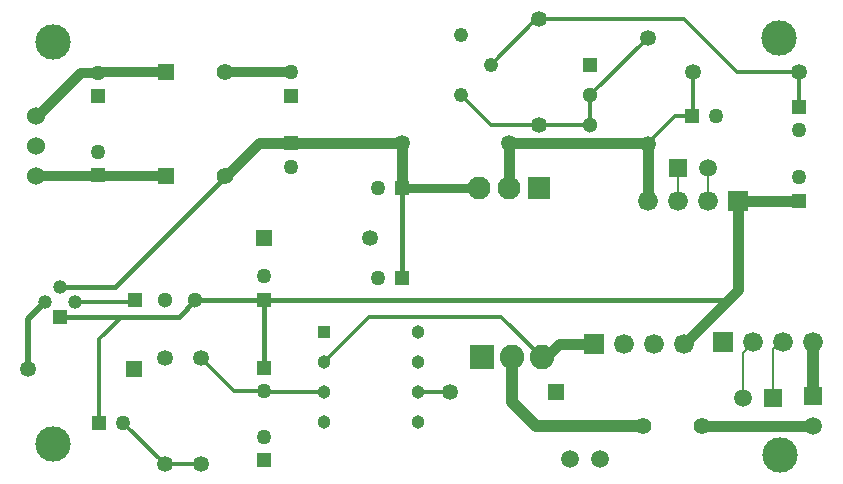
<source format=gbl>
G04*
G04 #@! TF.GenerationSoftware,Altium Limited,Altium Designer,21.2.2 (38)*
G04*
G04 Layer_Physical_Order=2*
G04 Layer_Color=16776960*
%FSLAX25Y25*%
%MOIN*%
G70*
G04*
G04 #@! TF.SameCoordinates,D283CC76-0160-4898-B3E9-D7649964E2CE*
G04*
G04*
G04 #@! TF.FilePolarity,Positive*
G04*
G01*
G75*
%ADD42C,0.01200*%
%ADD43C,0.00800*%
%ADD44C,0.01800*%
%ADD45C,0.03000*%
%ADD46C,0.05020*%
%ADD47R,0.05020X0.05020*%
%ADD48C,0.05512*%
%ADD49R,0.05512X0.05512*%
%ADD50C,0.06000*%
%ADD51C,0.04654*%
%ADD52R,0.04654X0.04654*%
%ADD53C,0.05118*%
%ADD54R,0.05118X0.05118*%
%ADD55C,0.05315*%
%ADD56R,0.05315X0.05315*%
%ADD57R,0.05020X0.05020*%
%ADD58C,0.04461*%
%ADD59R,0.04461X0.04461*%
%ADD60C,0.06614*%
%ADD61R,0.06614X0.06614*%
%ADD62R,0.05906X0.05906*%
%ADD63C,0.05906*%
%ADD64R,0.05906X0.05906*%
%ADD65C,0.08209*%
%ADD66R,0.08209X0.08209*%
%ADD67R,0.05118X0.05118*%
%ADD68C,0.04842*%
%ADD69R,0.07618X0.07618*%
%ADD70C,0.07618*%
%ADD71C,0.11811*%
%ADD72C,0.03200*%
%ADD73C,0.03500*%
%ADD74C,0.04000*%
%ADD75C,0.02000*%
D42*
X331126Y247500D02*
X341783D01*
X359000Y272500D02*
X372500Y259000D01*
X314874Y272500D02*
X359000D01*
X299874Y257500D02*
X314874Y272500D01*
X427932Y321932D02*
X428000Y322000D01*
X427863Y311209D02*
X427932Y311277D01*
X417863Y321863D02*
X418000Y322000D01*
X407767Y330267D02*
X417000Y339500D01*
X422626D02*
X422784Y339657D01*
X417000Y339500D02*
X422626D01*
X422784Y339657D02*
Y354000D01*
X407767Y330091D02*
Y330267D01*
X371007Y371716D02*
X419783D01*
X437500Y354000D02*
X458216D01*
X419783Y371716D02*
X437500Y354000D01*
X458216Y342535D02*
Y354283D01*
X458191Y342509D02*
X458216Y342535D01*
X325937Y315563D02*
X325938Y315562D01*
X299811Y247563D02*
X299874Y247500D01*
X280063Y247563D02*
X299811D01*
X280000Y247626D02*
X280063Y247563D01*
X270091Y247626D02*
X280000D01*
X259000Y258717D02*
X270091Y247626D01*
X247000Y223284D02*
X259000D01*
X233079Y237000D02*
X246795Y223284D01*
X247000D01*
X232874Y237000D02*
X233079D01*
X225000D02*
Y265000D01*
X232500Y272500D01*
X217000Y277500D02*
X236500D01*
X237000Y278000D01*
X345493Y346500D02*
X355709Y336283D01*
X371500D01*
X370698Y371716D02*
X371500D01*
X355473Y356492D02*
X370698Y371716D01*
X388500Y346500D02*
X388742D01*
X407767Y365524D02*
Y365524D01*
X388742Y346500D02*
X407767Y365524D01*
X388500Y336500D02*
Y346500D01*
X371608Y336392D02*
X388392D01*
X388500Y336500D01*
X371500Y336283D02*
X371608Y336392D01*
D43*
X392000Y225000D02*
Y225427D01*
X439500Y260500D02*
X443000Y264000D01*
X439500Y245500D02*
Y260500D01*
X449500Y261789D02*
X451711Y264000D01*
X449500Y245500D02*
Y261789D01*
X451711Y264000D02*
X453000D01*
X427932Y311277D02*
Y321932D01*
X417863Y311209D02*
Y321863D01*
D44*
X230343Y282500D02*
X266843Y319000D01*
Y319500D01*
X212000Y282500D02*
X230343D01*
X434000Y277000D02*
Y278126D01*
X280000D02*
X434000D01*
X433500Y277000D02*
X434000D01*
X325938Y285542D02*
Y315562D01*
X232500Y272500D02*
X251500D01*
X212000D02*
X232500D01*
X251500D02*
X257000Y278000D01*
X280000Y255500D02*
Y278126D01*
X279937Y278063D02*
X280000Y278126D01*
X257063Y278063D02*
X279937D01*
X257000Y278000D02*
X257063Y278063D01*
D45*
X372500Y259000D02*
X373909D01*
X325938Y315562D02*
X325969Y315531D01*
X351468D01*
X351500Y315500D01*
X325937Y330437D02*
X326000Y330500D01*
D46*
X458364Y318960D02*
D03*
X458191Y334635D02*
D03*
X289000Y322500D02*
D03*
X288907Y353977D02*
D03*
X224500Y353874D02*
D03*
Y327500D02*
D03*
X232874Y237000D02*
D03*
X280000Y286000D02*
D03*
X318063Y315563D02*
D03*
X318064Y285542D02*
D03*
X280000Y247626D02*
D03*
Y232500D02*
D03*
X430500Y339500D02*
D03*
D47*
X289000Y330374D02*
D03*
X288907Y346103D02*
D03*
X224500Y346000D02*
D03*
Y319626D02*
D03*
X280000Y278126D02*
D03*
Y255500D02*
D03*
Y224626D02*
D03*
X458191Y342509D02*
D03*
X458364Y311086D02*
D03*
D48*
X266843Y319500D02*
D03*
X425843Y236000D02*
D03*
X406157D02*
D03*
X266843Y354000D02*
D03*
D49*
X247158Y319500D02*
D03*
Y354000D02*
D03*
D50*
X204000Y339500D02*
D03*
Y329500D02*
D03*
Y319500D02*
D03*
D51*
X207000Y277500D02*
D03*
X212000Y282500D02*
D03*
X217000Y277500D02*
D03*
D52*
X212000Y272500D02*
D03*
D53*
X257000Y278000D02*
D03*
X247000D02*
D03*
X388500Y336500D02*
D03*
Y346500D02*
D03*
D54*
X237000Y278000D02*
D03*
D55*
X201284Y255000D02*
D03*
X259000Y223284D02*
D03*
Y258717D02*
D03*
X315351Y298708D02*
D03*
X361433Y330500D02*
D03*
X326000D02*
D03*
X341783Y247500D02*
D03*
X247000Y258717D02*
D03*
Y223284D02*
D03*
X407767Y330091D02*
D03*
Y365524D02*
D03*
X371500Y336283D02*
D03*
Y371716D02*
D03*
X458216Y354000D02*
D03*
X422784D02*
D03*
D56*
X236717Y255000D02*
D03*
X279918Y298708D02*
D03*
X377217Y247500D02*
D03*
D57*
X225000Y237000D02*
D03*
X325937Y315563D02*
D03*
X325938Y285542D02*
D03*
X422626Y339500D02*
D03*
D58*
X331126Y267500D02*
D03*
Y257500D02*
D03*
Y247500D02*
D03*
Y237500D02*
D03*
X299874D02*
D03*
Y247500D02*
D03*
Y257500D02*
D03*
D59*
Y267500D02*
D03*
D60*
X420000Y263500D02*
D03*
X410000D02*
D03*
X400000D02*
D03*
X443000Y264000D02*
D03*
X453000D02*
D03*
X463000D02*
D03*
X407863Y311209D02*
D03*
X417863D02*
D03*
X427863D02*
D03*
D61*
X390000Y263500D02*
D03*
X433000Y264000D02*
D03*
X437863Y311209D02*
D03*
D62*
X418000Y322000D02*
D03*
X449500Y245500D02*
D03*
D63*
X428000Y322000D02*
D03*
X392000Y225000D02*
D03*
X382000D02*
D03*
X439500Y245500D02*
D03*
X463000Y236000D02*
D03*
D64*
Y246000D02*
D03*
D65*
X372500Y259000D02*
D03*
X362500D02*
D03*
D66*
X352500D02*
D03*
D67*
X388500Y356500D02*
D03*
D68*
X345493Y346500D02*
D03*
X355473Y356492D02*
D03*
X345493Y366480D02*
D03*
D69*
X371500Y315500D02*
D03*
D70*
X361500D02*
D03*
X351500D02*
D03*
D71*
X451500Y365500D02*
D03*
X452000Y226500D02*
D03*
X209500Y230000D02*
D03*
Y364000D02*
D03*
D72*
X224626Y319500D02*
X247158D01*
X224500Y319626D02*
X224626Y319500D01*
X266843D02*
X267342D01*
X288874Y330500D02*
X289000Y330374D01*
X266843Y354000D02*
X266854Y353988D01*
X288895D01*
X288907Y353977D01*
X247094Y353937D02*
X247158Y354000D01*
X224563Y353937D02*
X247094D01*
X224500Y353874D02*
X224563Y353937D01*
X218874Y353874D02*
X224500D01*
X204500Y339500D02*
X218874Y353874D01*
X204000Y339500D02*
X204500D01*
X224437Y319563D02*
X224500Y319626D01*
X204063Y319563D02*
X224437D01*
X204000Y319500D02*
X204063Y319563D01*
X289000Y330374D02*
X289126Y330500D01*
D73*
X278343D02*
X288874D01*
X267342Y319500D02*
X278343Y330500D01*
X373909Y259000D02*
X378410Y263500D01*
X390000D01*
X433500Y277000D02*
X437863Y281363D01*
X420000Y263500D02*
X433500Y277000D01*
X437863Y281363D02*
Y311209D01*
X425843Y236000D02*
X463000D01*
X289126Y330500D02*
X326000D01*
X325937Y315563D02*
Y330437D01*
X437925Y311147D02*
X458303D01*
X407815Y311257D02*
Y330043D01*
X361637Y330296D02*
X407562D01*
X361467Y315533D02*
Y330467D01*
D74*
X362500Y244000D02*
Y259000D01*
X370500Y236000D02*
X406157D01*
X362500Y244000D02*
X370500Y236000D01*
X463000Y246000D02*
Y264000D01*
D75*
X201284Y271783D02*
X207000Y277500D01*
X201284Y255000D02*
Y271783D01*
M02*

</source>
